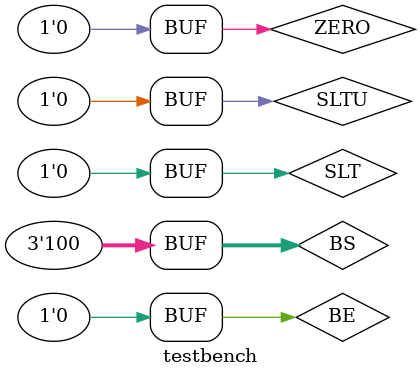
<source format=v>
`timescale 1ns/1ps
module testbench();

    reg BE,SLT,SLTU,ZERO;
    reg[2:0] BS;
    wire PCS;

    JumpCtr jumpctr(
        .BE(BE),
        .SLT(SLT),
        .ZERO(ZERO),
        .SLTU(SLTU),
        .BS(BS),
        .PCS(PCS)
    );

    initial begin
        BE=0;
        SLT=0;
        SLTU=0;
        ZERO=0;
        BS=3'b000;
        #10;
        BE=1;
        BS=3'b000;
        ZERO=1;
        SLT=1;
        SLTU=1;
        #10;
        BE=1;
        BS=3'b000;
        ZERO=0;
        SLT=1;
        SLTU=1;
        #10;
        BE=1;
        BS=3'b001;
        ZERO=1;
        SLT=1;
        SLTU=1;
        #10;
        BE=1;
        BS=3'b001;
        ZERO=0;
        SLT=1;
        SLTU=1;
        #10;
        BE=1;
        BS=3'b010;
        ZERO=0;
        SLT=0;
        SLTU=1;
        #10;
        BE=1;
        BS=3'b010;
        ZERO=0;
        SLT=1;
        SLTU=1;
        #10;
        BE=1;
        BS=3'b011;
        ZERO=0;
        SLT=1;
        SLTU=1;
        #10;
        BE=1;
        BS=3'b011;
        ZERO=0;
        SLT=0;
        SLTU=1;
        #10;
        BE=1;
        BS=3'b110;
        ZERO=0;
        SLT=0;
        SLTU=0;
        #10;
        BE=1;
        BS=3'b110;
        ZERO=0;
        SLT=0;
        SLTU=1;
        #10;
        BE=1;
        BS=3'b111;
        ZERO=0;
        SLT=0;
        SLTU=1;
        #10;
        BE=1;
        BS=3'b111;
        ZERO=0;
        SLT=0;
        SLTU=0;
        #10;
        BE=1;
        BS=3'b100;
        ZERO=0;
        SLT=0;
        SLTU=0;
        #10;
        BE=0;
        #10;

    end

    initial begin
        $dumpfile("wave.vcd");
        $dumpvars(0,testbench);
    end

endmodule
</source>
